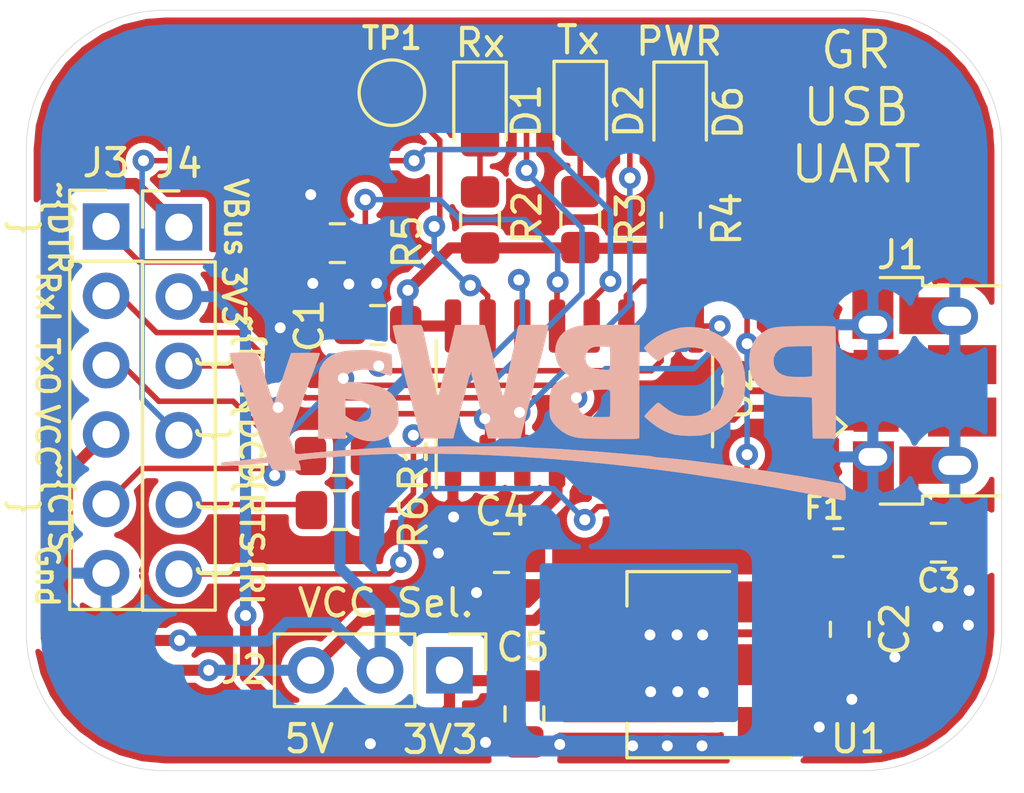
<source format=kicad_pcb>
(kicad_pcb (version 20171130) (host pcbnew "(5.1.2-1)-1")
  (layers (0 F.Cu signal) (31 B.Cu signal) (34 B.Paste user hide) (35 F.Paste user) (36 B.SilkS user) (37 F.SilkS user) (38 B.Mask user hide) (39 F.Mask user hide) (44 Edge.Cuts user))
  (net 0 "")
  (net 1 GNDREF)
  (net 2 "Net-(D1-Pad1)")
  (net 3 /TX_Out)
  (net 4 "Net-(D6-Pad2)")
  (net 5 /RX_In)
  (net 6 "Net-(C4-Pad1)")
  (net 7 "Net-(D1-Pad2)")
  (net 8 "Net-(D2-Pad2)")
  (net 9 "Net-(J1-Pad4)")
  (net 10 VCC)
  (net 11 VBUS)
  (net 12 +3V3)
  (net 13 "Net-(F1-Pad1)")
  (net 14 "Net-(J1-Pad2)")
  (net 15 "Net-(J1-Pad3)")
  (net 16 /~DTR)
  (net 17 /~CTS)
  (net 18 /~RI)
  (net 19 /~RTS)
  (net 20 /~DCD)
  (net 21 /~DSR)
  (net 22 "Net-(R5-Pad1)")
  (net 23 "Net-(R6-Pad1)")
  (net 24 "Net-(TP1-Pad1)")
  (net 25 "Net-(U2-Pad7)")
  (net 26 "Net-(U2-Pad8)")
  (module "_Custom_Footprints:pcb way logo" (layer B.Cu) (at 121.5644 83.9216 180)
    (fp_text reference G*** hide)
    (fp_text value LOGO hide)
  )
  (module Capacitor_SMD:C_0805_2012Metric_Pad1.15x1.40mm_HandSolder (layer F.Cu) (at 115.8621 80.0354 180)
    (fp_text reference C1 (at 2.5019 -0.0254 90) (layer F.SilkS))
    (fp_text value 100nF)
    (pad 1 smd roundrect (at -1.025 0 180) (size 1.15 1.4) (layers F.Cu F.Paste F.Mask) (roundrect_rratio 0.217391) (net 10 VCC))
    (pad 2 smd roundrect (at 1.025 0 180) (size 1.15 1.4) (layers F.Cu F.Paste F.Mask) (roundrect_rratio 0.217391) (net 1 GNDREF))
  )
  (module Capacitor_SMD:C_0805_2012Metric_Pad1.15x1.40mm_HandSolder (layer F.Cu) (at 136.389 88.011)
    (fp_text reference C3 (at 0.009 1.397) (layer F.SilkS) (effects (font (size 0.8 0.8))))
    (fp_text value 1uF)
    (pad 2 smd roundrect (at 1.025 0) (size 1.15 1.4) (layers F.Cu F.Paste F.Mask) (roundrect_rratio 0.217391) (net 1 GNDREF))
    (pad 1 smd roundrect (at -1.025 0) (size 1.15 1.4) (layers F.Cu F.Paste F.Mask) (roundrect_rratio 0.217391) (net 11 VBUS))
  )
  (module Capacitor_SMD:C_0805_2012Metric_Pad1.15x1.40mm_HandSolder (layer F.Cu) (at 120.396 88.392 180)
    (fp_text reference C4 (at 0 1.524 180) (layer F.SilkS))
    (fp_text value 100nF)
    (pad 1 smd roundrect (at -1.025 0 180) (size 1.15 1.4) (layers F.Cu F.Paste F.Mask) (roundrect_rratio 0.217391) (net 6 "Net-(C4-Pad1)"))
    (pad 2 smd roundrect (at 1.025 0 180) (size 1.15 1.4) (layers F.Cu F.Paste F.Mask) (roundrect_rratio 0.217391) (net 1 GNDREF))
  )
  (module LED_SMD:LED_0805_2012Metric_Pad1.15x1.40mm_HandSolder (layer F.Cu) (at 126.9365 72.263 270)
    (fp_text reference D6 (at -0.0127 -1.7653 90) (layer F.SilkS))
    (fp_text value Power)
    (pad 1 smd roundrect (at -1.025 0 270) (size 1.15 1.4) (layers F.Cu F.Paste F.Mask) (roundrect_rratio 0.217391) (net 1 GNDREF))
    (pad 2 smd roundrect (at 1.025 0 270) (size 1.15 1.4) (layers F.Cu F.Paste F.Mask) (roundrect_rratio 0.217391) (net 4 "Net-(D6-Pad2)"))
  )
  (module LED_SMD:LED_0805_2012Metric_Pad1.15x1.40mm_HandSolder (layer F.Cu) (at 119.6086 72.263 270)
    (fp_text reference D1 (at -0.0762 -1.7018 90) (layer F.SilkS))
    (fp_text value Rx)
    (pad 2 smd roundrect (at 1.025 0 270) (size 1.15 1.4) (layers F.Cu F.Paste F.Mask) (roundrect_rratio 0.217391) (net 7 "Net-(D1-Pad2)"))
    (pad 1 smd roundrect (at -1.025 0 270) (size 1.15 1.4) (layers F.Cu F.Paste F.Mask) (roundrect_rratio 0.217391) (net 2 "Net-(D1-Pad1)"))
  )
  (module LED_SMD:LED_0805_2012Metric_Pad1.15x1.40mm_HandSolder (layer F.Cu) (at 123.2789 72.2376 270)
    (fp_text reference D2 (at -0.0381 -1.778 90) (layer F.SilkS))
    (fp_text value Tx)
    (pad 1 smd roundrect (at -1.025 0 270) (size 1.15 1.4) (layers F.Cu F.Paste F.Mask) (roundrect_rratio 0.217391) (net 5 /RX_In))
    (pad 2 smd roundrect (at 1.025 0 270) (size 1.15 1.4) (layers F.Cu F.Paste F.Mask) (roundrect_rratio 0.217391) (net 8 "Net-(D2-Pad2)"))
  )
  (module Resistor_SMD:R_0603_1608Metric_Pad1.05x0.95mm_HandSolder (layer F.Cu) (at 132.729 88.011)
    (fp_text reference F1 (at -0.522 -1.27) (layer F.SilkS) (effects (font (size 0.8 0.8))))
    (fp_text value MF-FSMF050X)
    (pad 1 smd roundrect (at -0.875 0) (size 1.05 0.95) (layers F.Cu F.Paste F.Mask) (net 13 "Net-(F1-Pad1)"))
    (pad 2 smd roundrect (at 0.875 0) (size 1.05 0.95) (layers F.Cu F.Paste F.Mask) (net 11 VBUS))
  )
  (module Connector_USB:USB_Micro-B_Amphenol_10103594-0001LF_Horizontal (layer F.Cu) (at 135.877 82.423 90)
    (fp_text reference J1 (at 4.953 -0.876 180) (layer F.SilkS))
    (fp_text value USB_B_Micro)
    (pad 6 smd rect (at 2.725 0.185 90) (size 1.35 2) (layers F.Cu F.Paste F.Mask) (net 1 GNDREF))
    (pad 6 smd rect (at -2.755 0.185 90) (size 1.35 2) (layers F.Cu F.Paste F.Mask) (net 1 GNDREF))
    (pad 6 smd rect (at -2.975 -0.565 90) (size 1.825 0.7) (layers F.Cu F.Paste F.Mask) (net 1 GNDREF))
    (pad 6 smd rect (at 2.975 -0.565 90) (size 1.825 0.7) (layers F.Cu F.Paste F.Mask) (net 1 GNDREF))
    (pad 6 smd rect (at -2.875 -1.865 90) (size 2 1.5) (layers F.Cu F.Paste F.Mask) (net 1 GNDREF))
    (pad 6 smd rect (at 2.875 -1.885 90) (size 2 1.5) (layers F.Cu F.Paste F.Mask) (net 1 GNDREF))
    (pad 1 smd rect (at -1.325 -1.765 180) (size 1.65 0.4) (layers F.Cu F.Paste F.Mask) (net 13 "Net-(F1-Pad1)"))
    (pad 2 smd rect (at -0.675 -1.765 180) (size 1.65 0.4) (layers F.Cu F.Paste F.Mask) (net 14 "Net-(J1-Pad2)"))
    (pad 3 smd rect (at -0.025 -1.765 180) (size 1.65 0.4) (layers F.Cu F.Paste F.Mask) (net 15 "Net-(J1-Pad3)"))
    (pad 4 smd rect (at 0.625 -1.765 180) (size 1.65 0.4) (layers F.Cu F.Paste F.Mask) (net 9 "Net-(J1-Pad4)"))
    (pad 5 smd rect (at 1.275 -1.765 180) (size 1.65 0.4) (layers F.Cu F.Paste F.Mask) (net 1 GNDREF))
    (pad 6 thru_hole oval (at -2.445 -1.885 180) (size 1.5 1.1) (drill oval 1.05 0.65) (layers *.Cu *.Mask) (net 1 GNDREF))
    (pad 6 thru_hole oval (at 2.395 -1.885 180) (size 1.5 1.1) (drill oval 1.05 0.65) (layers *.Cu *.Mask) (net 1 GNDREF))
    (pad 6 thru_hole oval (at -2.755 1.115 180) (size 1.7 1.35) (drill oval 1.2 0.7) (layers *.Cu *.Mask) (net 1 GNDREF))
    (pad 6 thru_hole oval (at 2.705 1.115 180) (size 1.7 1.35) (drill oval 1.2 0.7) (layers *.Cu *.Mask) (net 1 GNDREF))
    (pad 6 smd rect (at -0.985 1.385 180) (size 2.5 1.43) (layers F.Cu F.Paste F.Mask) (net 1 GNDREF))
    (pad 6 smd rect (at 0.935 1.385 180) (size 2.5 1.43) (layers F.Cu F.Paste F.Mask) (net 1 GNDREF))
  )
  (module Resistor_SMD:R_0805_2012Metric_Pad1.15x1.40mm_HandSolder (layer F.Cu) (at 119.6086 76.1873 270)
    (fp_text reference R2 (at -0.0889 -1.7272 90) (layer F.SilkS))
    (fp_text value 1K)
    (pad 1 smd roundrect (at -1.025 0 270) (size 1.15 1.4) (layers F.Cu F.Paste F.Mask) (roundrect_rratio 0.217391) (net 7 "Net-(D1-Pad2)"))
    (pad 2 smd roundrect (at 1.025 0 270) (size 1.15 1.4) (layers F.Cu F.Paste F.Mask) (roundrect_rratio 0.217391) (net 10 VCC))
  )
  (module Resistor_SMD:R_0805_2012Metric_Pad1.15x1.40mm_HandSolder (layer F.Cu) (at 114.427 84.836 180)
    (fp_text reference R1 (at -2.7432 -0.3302 90) (layer F.SilkS))
    (fp_text value 1K)
    (pad 1 smd roundrect (at -1.025 0 180) (size 1.15 1.4) (layers F.Cu F.Paste F.Mask) (roundrect_rratio 0.217391) (net 2 "Net-(D1-Pad1)"))
    (pad 2 smd roundrect (at 1.025 0 180) (size 1.15 1.4) (layers F.Cu F.Paste F.Mask) (roundrect_rratio 0.217391) (net 3 /TX_Out))
  )
  (module Resistor_SMD:R_0805_2012Metric_Pad1.15x1.40mm_HandSolder (layer F.Cu) (at 123.2789 76.1746 270)
    (fp_text reference R3 (at -0.0254 -1.8415 90) (layer F.SilkS))
    (fp_text value 1K)
    (pad 2 smd roundrect (at 1.025 0 270) (size 1.15 1.4) (layers F.Cu F.Paste F.Mask) (roundrect_rratio 0.217391) (net 10 VCC))
    (pad 1 smd roundrect (at -1.025 0 270) (size 1.15 1.4) (layers F.Cu F.Paste F.Mask) (roundrect_rratio 0.217391) (net 8 "Net-(D2-Pad2)"))
  )
  (module Resistor_SMD:R_0805_2012Metric_Pad1.15x1.40mm_HandSolder (layer F.Cu) (at 126.9619 76.2 90)
    (fp_text reference R4 (at 0.0508 1.6891 90) (layer F.SilkS))
    (fp_text value 1K)
    (pad 2 smd roundrect (at 1.025 0 90) (size 1.15 1.4) (layers F.Cu F.Paste F.Mask) (roundrect_rratio 0.217391) (net 4 "Net-(D6-Pad2)"))
    (pad 1 smd roundrect (at -1.025 0 90) (size 1.15 1.4) (layers F.Cu F.Paste F.Mask) (roundrect_rratio 0.217391) (net 10 VCC))
  )
  (module Package_SO:SOIC-16_3.9x9.9mm_P1.27mm (layer F.Cu) (at 123.063 82.55 90)
    (fp_text reference U2 (at 0 5.9944 90) (layer F.SilkS))
    (fp_text value CH340C)
    (pad 1 smd roundrect (at -2.475 -4.445 90) (size 1.95 0.6) (layers F.Cu F.Paste F.Mask) (net 1 GNDREF))
    (pad 2 smd roundrect (at -2.475 -3.175 90) (size 1.95 0.6) (layers F.Cu F.Paste F.Mask) (net 2 "Net-(D1-Pad1)"))
    (pad 3 smd roundrect (at -2.475 -1.905 90) (size 1.95 0.6) (layers F.Cu F.Paste F.Mask) (net 5 /RX_In))
    (pad 4 smd roundrect (at -2.475 -0.635 90) (size 1.95 0.6) (layers F.Cu F.Paste F.Mask) (net 6 "Net-(C4-Pad1)"))
    (pad 5 smd roundrect (at -2.475 0.635 90) (size 1.95 0.6) (layers F.Cu F.Paste F.Mask) (net 15 "Net-(J1-Pad3)"))
    (pad 6 smd roundrect (at -2.475 1.905 90) (size 1.95 0.6) (layers F.Cu F.Paste F.Mask) (net 14 "Net-(J1-Pad2)"))
    (pad 7 smd roundrect (at -2.475 3.175 90) (size 1.95 0.6) (layers F.Cu F.Paste F.Mask) (net 25 "Net-(U2-Pad7)"))
    (pad 8 smd roundrect (at -2.475 4.445 90) (size 1.95 0.6) (layers F.Cu F.Paste F.Mask) (net 26 "Net-(U2-Pad8)"))
    (pad 9 smd roundrect (at 2.475 4.445 90) (size 1.95 0.6) (layers F.Cu F.Paste F.Mask) (net 17 /~CTS))
    (pad 10 smd roundrect (at 2.475 3.175 90) (size 1.95 0.6) (layers F.Cu F.Paste F.Mask) (net 21 /~DSR))
    (pad 11 smd roundrect (at 2.475 1.905 90) (size 1.95 0.6) (layers F.Cu F.Paste F.Mask) (net 18 /~RI))
    (pad 12 smd roundrect (at 2.475 0.635 90) (size 1.95 0.6) (layers F.Cu F.Paste F.Mask) (net 20 /~DCD))
    (pad 13 smd roundrect (at 2.475 -0.635 90) (size 1.95 0.6) (layers F.Cu F.Paste F.Mask) (net 22 "Net-(R5-Pad1)"))
    (pad 14 smd roundrect (at 2.475 -1.905 90) (size 1.95 0.6) (layers F.Cu F.Paste F.Mask) (net 23 "Net-(R6-Pad1)"))
    (pad 15 smd roundrect (at 2.475 -3.175 90) (size 1.95 0.6) (layers F.Cu F.Paste F.Mask) (net 24 "Net-(TP1-Pad1)"))
    (pad 16 smd roundrect (at 2.475 -4.445 90) (size 1.95 0.6) (layers F.Cu F.Paste F.Mask) (net 10 VCC))
  )
  (module Capacitor_SMD:C_0805_2012Metric_Pad1.15x1.40mm_HandSolder (layer F.Cu) (at 133.1468 91.186 270)
    (fp_text reference C2 (at 0 -1.65 90) (layer F.SilkS))
    (fp_text value 100nF)
    (pad 2 smd roundrect (at 1.025 0 270) (size 1.15 1.4) (layers F.Cu F.Paste F.Mask) (roundrect_rratio 0.217391) (net 1 GNDREF))
    (pad 1 smd roundrect (at -1.025 0 270) (size 1.15 1.4) (layers F.Cu F.Paste F.Mask) (roundrect_rratio 0.217391) (net 11 VBUS))
  )
  (module Capacitor_SMD:C_0805_2012Metric_Pad1.15x1.40mm_HandSolder (layer F.Cu) (at 121.2342 94.2848 270)
    (fp_text reference C5 (at -2.4384 0.0508) (layer F.SilkS))
    (fp_text value 4.7uF)
    (pad 1 smd roundrect (at -1.025 0 270) (size 1.15 1.4) (layers F.Cu F.Paste F.Mask) (roundrect_rratio 0.217391) (net 12 +3V3))
    (pad 2 smd roundrect (at 1.025 0 270) (size 1.15 1.4) (layers F.Cu F.Paste F.Mask) (roundrect_rratio 0.217391) (net 1 GNDREF))
  )
  (module Connector_PinHeader_2.54mm:PinHeader_1x03_P2.54mm_Vertical (layer F.Cu) (at 118.491 92.6846 270)
    (fp_text reference J2 (at -0.0254 7.5184 180) (layer F.SilkS))
    (fp_text value Conn_01x03)
    (pad 1 thru_hole rect (at 0 0 270) (size 1.7 1.7) (drill 1) (layers *.Cu *.Mask) (net 12 +3V3))
    (pad 2 thru_hole oval (at 0 2.54 270) (size 1.7 1.7) (drill 1) (layers *.Cu *.Mask) (net 10 VCC))
    (pad 3 thru_hole oval (at 0 5.08 270) (size 1.7 1.7) (drill 1) (layers *.Cu *.Mask) (net 11 VBUS))
  )
  (module Connector_PinHeader_2.54mm:PinHeader_1x06_P2.54mm_Vertical (layer F.Cu) (at 105.918 76.4286)
    (fp_text reference J3 (at 0 -2.33) (layer F.SilkS))
    (fp_text value Conn_01x06)
    (pad 1 thru_hole rect (at 0 0) (size 1.7 1.7) (drill 1) (layers *.Cu *.Mask) (net 16 /~DTR))
    (pad 2 thru_hole oval (at 0 2.54) (size 1.7 1.7) (drill 1) (layers *.Cu *.Mask) (net 5 /RX_In))
    (pad 3 thru_hole oval (at 0 5.08) (size 1.7 1.7) (drill 1) (layers *.Cu *.Mask) (net 3 /TX_Out))
    (pad 4 thru_hole oval (at 0 7.62) (size 1.7 1.7) (drill 1) (layers *.Cu *.Mask) (net 10 VCC))
    (pad 5 thru_hole oval (at 0 10.16) (size 1.7 1.7) (drill 1) (layers *.Cu *.Mask) (net 17 /~CTS))
    (pad 6 thru_hole oval (at 0 12.7) (size 1.7 1.7) (drill 1) (layers *.Cu *.Mask) (net 1 GNDREF))
  )
  (module Connector_PinHeader_2.54mm:PinHeader_1x06_P2.54mm_Vertical (layer F.Cu) (at 108.585 76.454)
    (fp_text reference J4 (at 0 -2.33) (layer F.SilkS))
    (fp_text value Conn_01x06)
    (pad 6 thru_hole oval (at 0 12.7) (size 1.7 1.7) (drill 1) (layers *.Cu *.Mask) (net 18 /~RI))
    (pad 5 thru_hole oval (at 0 10.16) (size 1.7 1.7) (drill 1) (layers *.Cu *.Mask) (net 19 /~RTS))
    (pad 4 thru_hole oval (at 0 7.62) (size 1.7 1.7) (drill 1) (layers *.Cu *.Mask) (net 20 /~DCD))
    (pad 3 thru_hole oval (at 0 5.08) (size 1.7 1.7) (drill 1) (layers *.Cu *.Mask) (net 21 /~DSR))
    (pad 2 thru_hole oval (at 0 2.54) (size 1.7 1.7) (drill 1) (layers *.Cu *.Mask) (net 12 +3V3))
    (pad 1 thru_hole rect (at 0 0) (size 1.7 1.7) (drill 1) (layers *.Cu *.Mask) (net 11 VBUS))
  )
  (module Resistor_SMD:R_0805_2012Metric_Pad1.15x1.40mm_HandSolder (layer F.Cu) (at 114.3852 77.0382 180)
    (fp_text reference R5 (at -2.5564 0.0508 90) (layer F.SilkS))
    (fp_text value 1K)
    (pad 2 smd roundrect (at 1.025 0 180) (size 1.15 1.4) (layers F.Cu F.Paste F.Mask) (roundrect_rratio 0.217391) (net 16 /~DTR))
    (pad 1 smd roundrect (at -1.025 0 180) (size 1.15 1.4) (layers F.Cu F.Paste F.Mask) (roundrect_rratio 0.217391) (net 22 "Net-(R5-Pad1)"))
  )
  (module Resistor_SMD:R_0805_2012Metric_Pad1.15x1.40mm_HandSolder (layer F.Cu) (at 114.4614 86.8172 180)
    (fp_text reference R6 (at -2.7088 -0.4318 90) (layer F.SilkS))
    (fp_text value 1K)
    (pad 1 smd roundrect (at -1.025 0 180) (size 1.15 1.4) (layers F.Cu F.Paste F.Mask) (roundrect_rratio 0.217391) (net 23 "Net-(R6-Pad1)"))
    (pad 2 smd roundrect (at 1.025 0 180) (size 1.15 1.4) (layers F.Cu F.Paste F.Mask) (roundrect_rratio 0.217391) (net 19 /~RTS))
  )
  (module TestPoint:TestPoint_Pad_D2.0mm (layer F.Cu) (at 116.3828 71.5264)
    (fp_text reference TP1 (at 0 -1.998) (layer F.SilkS) (effects (font (size 0.8 0.8))))
    (fp_text value TestPoint)
    (pad 1 smd circle (at 0 0) (size 2 2) (layers F.Cu F.Mask) (net 24 "Net-(TP1-Pad1)"))
  )
  (module Package_TO_SOT_SMD:SOT-223-3_TabPin2 (layer F.Cu) (at 126.8984 92.4814 180)
    (fp_text reference U1 (at -6.5532 -2.7178) (layer F.SilkS))
    (fp_text value AMS1117-3.3)
    (pad 2 smd rect (at 3.15 0 180) (size 2 3.8) (layers F.Cu F.Paste F.Mask) (net 12 +3V3))
    (pad 2 smd rect (at -3.15 0 180) (size 2 1.5) (layers F.Cu F.Paste F.Mask) (net 12 +3V3))
    (pad 3 smd rect (at -3.15 2.3 180) (size 2 1.5) (layers F.Cu F.Paste F.Mask) (net 11 VBUS))
    (pad 1 smd rect (at -3.15 -2.3 180) (size 2 1.5) (layers F.Cu F.Paste F.Mask) (net 1 GNDREF))
  )
  (gr_text "~RI\n" (at 110.5916 89.1286 270) (layer F.SilkS) (effects (font (size 0.8 0.8))))
  (gr_text "~RTS\n" (at 110.5916 86.7156 270) (layer F.SilkS) (effects (font (size 0.8 0.8))))
  (gr_text VBus (at 110.6678 76.0984 270) (layer F.SilkS) (effects (font (size 0.8 0.8))))
  (gr_text 3V3 (at 110.5916 78.994 270) (layer F.SilkS) (effects (font (size 0.8 0.8))))
  (gr_text "~DCD\n" (at 110.5662 84.074 270) (layer F.SilkS) (effects (font (size 0.8 0.8))))
  (gr_text "~DSR\n" (at 110.5662 81.4578 270) (layer F.SilkS) (effects (font (size 0.8 0.8))))
  (gr_text VCC (at 103.759 84.0994 270) (layer F.SilkS) (effects (font (size 0.8 0.8))))
  (gr_text "~DTR\n" (at 103.5812 76.4794 270) (layer F.SilkS) (effects (font (size 0.8 0.8))))
  (gr_text "~CTS\n" (at 103.5812 86.7156 270) (layer F.SilkS) (effects (font (size 0.8 0.8))))
  (gr_text "VCC Sel." (at 116.1542 90.2208) (layer F.SilkS) (effects (font (size 1 1))))
  (gr_text 3V3 (at 118.1608 95.2246) (layer F.SilkS) (effects (font (size 1 1))))
  (gr_text "PWR\n" (at 126.8984 69.6468) (layer F.SilkS) (effects (font (size 1 1))))
  (gr_text Rx (at 119.6213 69.6976) (layer F.SilkS) (effects (font (size 1 1))))
  (gr_text Tx (at 123.2027 69.596) (layer F.SilkS) (effects (font (size 1 1))))
  (gr_text TxO (at 103.759 81.5594 270) (layer F.SilkS) (effects (font (size 0.8 0.8))))
  (gr_text RxI (at 103.7844 78.994 270) (layer F.SilkS) (effects (font (size 0.8 0.8))))
  (gr_text "5V\n" (at 113.3602 95.1992) (layer F.SilkS) (effects (font (size 1 1))))
  (gr_text Gnd (at 103.759 89.2302 270) (layer F.SilkS) (effects (font (size 0.8 0.8))))
  (gr_arc (start 108.08 91.284) (end 103 91.284) (angle -90) (layer Edge.Cuts) (width 0.0254))
  (gr_text "GR\nUSB\nUART" (at 133.3754 72.0598) (layer F.SilkS) (effects (font (size 1.3 1.3))))
  (gr_arc (start 133.63 91.284) (end 133.63 96.364) (angle -90) (layer Edge.Cuts) (width 0.0254))
  (gr_arc (start 133.6294 73.5838) (end 138.7094 73.5838) (angle -90) (layer Edge.Cuts) (width 0.0254))
  (gr_arc (start 108.08 73.5838) (end 108.08 68.5038) (angle -90) (layer Edge.Cuts) (width 0.0254))
  (gr_line (start 103 91.284) (end 103 73.5838) (layer Edge.Cuts) (width 0.0254))
  (gr_line (start 133.6294 96.364) (end 108.08 96.364) (layer Edge.Cuts) (width 0.0254))
  (gr_line (start 138.71 73.5838) (end 138.71 91.284) (layer Edge.Cuts) (width 0.0254))
  (gr_line (start 108.08 68.5038) (end 133.63 68.5038) (layer Edge.Cuts) (width 0.0254))
  (segment (start 136.992 81.218) (end 137.262 81.488) (width 0.4064) (layer F.Cu) (net 1))
  (segment (start 136.992 79.718) (end 136.992 81.218) (width 0.4064) (layer F.Cu) (net 1))
  (segment (start 136.992 83.678) (end 137.262 83.408) (width 0.4064) (layer F.Cu) (net 1))
  (segment (start 136.992 85.178) (end 136.992 83.678) (width 0.4064) (layer F.Cu) (net 1))
  (via (at 127.7366 95.4532) (size 0.8) (drill 0.4) (layers F.Cu B.Cu) (net 1))
  (via (at 126.4666 95.4532) (size 0.8) (drill 0.4) (layers F.Cu B.Cu) (net 1))
  (via (at 125.1966 95.4532) (size 0.8) (drill 0.4) (layers F.Cu B.Cu) (net 1))
  (via (at 132.0292 94.7674) (size 0.8) (drill 0.4) (layers F.Cu B.Cu) (net 1))
  (via (at 133.223 93.7514) (size 0.8) (drill 0.4) (layers F.Cu B.Cu) (net 1))
  (via (at 137.5156 89.7636) (size 0.8) (drill 0.4) (layers F.Cu B.Cu) (net 1))
  (via (at 114.808 78.5368) (size 0.8) (drill 0.4) (layers F.Cu B.Cu) (net 1))
  (via (at 112.2934 80.137) (size 0.8) (drill 0.4) (layers F.Cu B.Cu) (net 1))
  (via (at 113.411 75.2602) (size 0.8) (drill 0.4) (layers F.Cu B.Cu) (net 1))
  (via (at 113.4872 78.5114) (size 0.8) (drill 0.4) (layers F.Cu B.Cu) (net 1))
  (via (at 115.824 78.5114) (size 0.8) (drill 0.4) (layers F.Cu B.Cu) (net 1))
  (via (at 118.0846 88.392) (size 0.8) (drill 0.4) (layers F.Cu B.Cu) (net 1))
  (via (at 119.4816 89.8398) (size 0.8) (drill 0.4) (layers F.Cu B.Cu) (net 1))
  (via (at 118.6434 87.0712) (size 0.8) (drill 0.4) (layers F.Cu B.Cu) (net 1))
  (via (at 134.7978 92.202) (size 0.8) (drill 0.4) (layers F.Cu B.Cu) (net 1))
  (via (at 137.4902 91.0336) (size 0.8) (drill 0.4) (layers F.Cu B.Cu) (net 1))
  (via (at 136.3726 91.0844) (size 0.8) (drill 0.4) (layers F.Cu B.Cu) (net 1))
  (via (at 115.5954 95.377) (size 0.8) (drill 0.4) (layers F.Cu B.Cu) (net 1))
  (via (at 119.8118 95.3262) (size 0.8) (drill 0.4) (layers F.Cu B.Cu) (net 1))
  (via (at 122.5296 95.4024) (size 0.8) (drill 0.4) (layers F.Cu B.Cu) (net 1))
  (segment (start 119.888 85.025) (end 119.888 83.566) (width 0.2032) (layer F.Cu) (net 2))
  (segment (start 119.6086 83.2866) (end 115.951 83.2866) (width 0.2032) (layer F.Cu) (net 2))
  (segment (start 115.452 83.7856) (end 115.452 84.836) (width 0.2032) (layer F.Cu) (net 2))
  (segment (start 115.951 83.2866) (end 115.452 83.7856) (width 0.2032) (layer F.Cu) (net 2))
  (segment (start 119.6086 71.238) (end 120.5902 71.238) (width 0.2032) (layer F.Cu) (net 2))
  (segment (start 120.5902 71.238) (end 121.3104 71.9582) (width 0.2032) (layer F.Cu) (net 2))
  (segment (start 121.3104 71.9582) (end 121.3104 74.3712) (width 0.2032) (layer F.Cu) (net 2))
  (via (at 121.3104 74.3712) (size 0.8) (drill 0.4) (layers F.Cu B.Cu) (net 2))
  (segment (start 121.3104 74.3712) (end 121.3104 74.4474) (width 0.2032) (layer B.Cu) (net 2))
  (segment (start 121.3104 74.4474) (end 123.3424 76.4794) (width 0.2032) (layer B.Cu) (net 2))
  (segment (start 123.3424 76.4794) (end 123.3424 78.867) (width 0.2032) (layer B.Cu) (net 2))
  (segment (start 123.3424 78.867) (end 119.8118 82.3976) (width 0.2032) (layer B.Cu) (net 2))
  (via (at 119.7864 83.4644) (size 0.8) (drill 0.4) (layers F.Cu B.Cu) (net 2))
  (segment (start 119.8118 83.439) (end 119.7864 83.4644) (width 0.2032) (layer B.Cu) (net 2))
  (segment (start 119.8118 82.3976) (end 119.8118 83.439) (width 0.2032) (layer B.Cu) (net 2))
  (segment (start 119.7864 83.4644) (end 119.6086 83.2866) (width 0.2032) (layer F.Cu) (net 2))
  (segment (start 119.888 83.566) (end 119.7864 83.4644) (width 0.2032) (layer F.Cu) (net 2))
  (segment (start 112.5728 84.836) (end 113.402 84.836) (width 0.2032) (layer F.Cu) (net 3))
  (segment (start 110.5662 82.8294) (end 112.5728 84.836) (width 0.2032) (layer F.Cu) (net 3))
  (segment (start 107.8484 82.8294) (end 110.5662 82.8294) (width 0.2032) (layer F.Cu) (net 3))
  (segment (start 106.5276 81.5086) (end 107.8484 82.8294) (width 0.2032) (layer F.Cu) (net 3))
  (segment (start 105.918 81.5086) (end 106.5276 81.5086) (width 0.2032) (layer F.Cu) (net 3))
  (segment (start 126.9365 75.1496) (end 126.9619 75.175) (width 0.2032) (layer F.Cu) (net 4))
  (segment (start 126.9365 73.288) (end 126.9365 75.1496) (width 0.2032) (layer F.Cu) (net 4))
  (segment (start 133.604 88.011) (end 135.364 88.011) (width 0.4064) (layer F.Cu) (net 11))
  (segment (start 123.3043 77.225) (end 123.2789 77.1996) (width 0.4064) (layer F.Cu) (net 10))
  (segment (start 126.9619 77.225) (end 123.3043 77.225) (width 0.4064) (layer F.Cu) (net 10))
  (segment (start 123.2662 77.2123) (end 123.2789 77.1996) (width 0.4064) (layer F.Cu) (net 10))
  (segment (start 119.6086 77.2123) (end 123.2662 77.2123) (width 0.4064) (layer F.Cu) (net 10))
  (segment (start 116.9267 80.075) (end 116.8871 80.0354) (width 0.4064) (layer F.Cu) (net 10))
  (segment (start 118.618 80.075) (end 116.9267 80.075) (width 0.4064) (layer F.Cu) (net 10))
  (segment (start 132.9822 83.748) (end 132.978 83.7438) (width 0.3048) (layer F.Cu) (net 13))
  (segment (start 134.112 83.748) (end 132.9822 83.748) (width 0.3048) (layer F.Cu) (net 13))
  (segment (start 132.978 83.7438) (end 131.7498 83.7438) (width 0.3048) (layer F.Cu) (net 13))
  (segment (start 131.349 84.1446) (end 131.349 85.217) (width 0.3048) (layer F.Cu) (net 13))
  (segment (start 131.7498 83.7438) (end 131.349 84.1446) (width 0.3048) (layer F.Cu) (net 13))
  (segment (start 131.8768 88.115032) (end 131.954367 88.192599) (width 0.3048) (layer F.Cu) (net 13))
  (segment (start 131.8768 87.1982) (end 131.8768 88.115032) (width 0.3048) (layer F.Cu) (net 13))
  (segment (start 131.349 86.6704) (end 131.8768 87.1982) (width 0.3048) (layer F.Cu) (net 13))
  (segment (start 131.349 85.217) (end 131.349 86.6704) (width 0.3048) (layer F.Cu) (net 13))
  (segment (start 123.2789 71.2126) (end 124.5272 71.2126) (width 0.2032) (layer F.Cu) (net 5))
  (segment (start 124.5272 71.2126) (end 125.095 71.7804) (width 0.2032) (layer F.Cu) (net 5))
  (via (at 125.095 74.6506) (size 0.8) (drill 0.4) (layers F.Cu B.Cu) (net 5))
  (segment (start 125.095 71.7804) (end 125.095 74.6506) (width 0.2032) (layer F.Cu) (net 5))
  (via (at 121.0564 83.2358) (size 0.8) (drill 0.4) (layers F.Cu B.Cu) (net 5))
  (segment (start 121.158 83.2358) (end 121.0564 83.2358) (width 0.2032) (layer B.Cu) (net 5))
  (segment (start 125.095 79.2988) (end 121.158 83.2358) (width 0.2032) (layer B.Cu) (net 5))
  (segment (start 125.095 74.6506) (end 125.095 79.2988) (width 0.2032) (layer B.Cu) (net 5))
  (segment (start 121.158 83.5152) (end 121.158 85.025) (width 0.2032) (layer F.Cu) (net 5))
  (segment (start 120.3452 82.7024) (end 121.158 83.5152) (width 0.2032) (layer F.Cu) (net 5))
  (segment (start 113.2078 82.7024) (end 120.3452 82.7024) (width 0.2032) (layer F.Cu) (net 5))
  (segment (start 106.426 78.9686) (end 107.7722 80.3148) (width 0.2032) (layer F.Cu) (net 5))
  (segment (start 110.8202 80.3148) (end 113.2078 82.7024) (width 0.2032) (layer F.Cu) (net 5))
  (segment (start 107.7722 80.3148) (end 110.8202 80.3148) (width 0.2032) (layer F.Cu) (net 5))
  (segment (start 105.918 78.9686) (end 106.426 78.9686) (width 0.2032) (layer F.Cu) (net 5))
  (segment (start 121.421 87.3162) (end 121.421 88.392) (width 0.4064) (layer F.Cu) (net 6))
  (segment (start 122.428 86.3092) (end 121.421 87.3162) (width 0.4064) (layer F.Cu) (net 6))
  (segment (start 122.428 85.025) (end 122.428 86.3092) (width 0.4064) (layer F.Cu) (net 6))
  (segment (start 119.6086 73.288) (end 119.6086 75.1623) (width 0.2032) (layer F.Cu) (net 7))
  (segment (start 123.2789 73.2626) (end 123.2789 75.1496) (width 0.2032) (layer F.Cu) (net 8))
  (segment (start 116.967 79.9555) (end 116.8871 80.0354) (width 0.4064) (layer F.Cu) (net 10))
  (segment (start 116.967 78.7654) (end 116.967 79.9555) (width 0.4064) (layer F.Cu) (net 10))
  (segment (start 118.5201 77.2123) (end 116.967 78.7654) (width 0.4064) (layer F.Cu) (net 10))
  (segment (start 119.6086 77.2123) (end 118.5201 77.2123) (width 0.4064) (layer F.Cu) (net 10))
  (via (at 116.967 78.7654) (size 0.8) (drill 0.4) (layers F.Cu B.Cu) (net 10))
  (segment (start 116.9416 78.7908) (end 116.967 78.7654) (width 0.4064) (layer B.Cu) (net 10))
  (segment (start 114.4778 84.4296) (end 116.9416 81.9658) (width 0.4064) (layer B.Cu) (net 10))
  (segment (start 114.4778 88.9254) (end 114.4778 84.4296) (width 0.4064) (layer B.Cu) (net 10))
  (segment (start 116.9416 81.9658) (end 116.9416 78.7908) (width 0.4064) (layer B.Cu) (net 10))
  (segment (start 115.951 90.3986) (end 114.4778 88.9254) (width 0.4064) (layer B.Cu) (net 10))
  (segment (start 115.951 92.6846) (end 115.951 90.3986) (width 0.4064) (layer B.Cu) (net 10))
  (segment (start 115.951 92.6846) (end 115.951 92.6592) (width 0.4064) (layer B.Cu) (net 10))
  (segment (start 115.951 92.6592) (end 114.2238 90.932) (width 0.4064) (layer B.Cu) (net 10))
  (segment (start 114.2238 90.932) (end 112.522 90.932) (width 0.4064) (layer B.Cu) (net 10))
  (segment (start 112.522 90.932) (end 111.8362 91.6178) (width 0.4064) (layer B.Cu) (net 10))
  (via (at 108.6104 91.5924) (size 0.8) (drill 0.4) (layers F.Cu B.Cu) (net 10))
  (segment (start 108.6358 91.6178) (end 108.6104 91.5924) (width 0.4064) (layer B.Cu) (net 10))
  (segment (start 111.8362 91.6178) (end 108.6358 91.6178) (width 0.4064) (layer B.Cu) (net 10))
  (segment (start 104.4956 85.471) (end 105.918 84.0486) (width 0.4064) (layer F.Cu) (net 10))
  (segment (start 104.4956 91.0844) (end 104.4956 85.471) (width 0.4064) (layer F.Cu) (net 10))
  (segment (start 105.0036 91.5924) (end 104.4956 91.0844) (width 0.4064) (layer F.Cu) (net 10))
  (segment (start 108.6104 91.5924) (end 105.0036 91.5924) (width 0.4064) (layer F.Cu) (net 10))
  (segment (start 135.364 88.011) (end 135.364 89.553) (width 0.4064) (layer F.Cu) (net 11))
  (segment (start 134.756 90.161) (end 133.1468 90.161) (width 0.4064) (layer F.Cu) (net 11))
  (segment (start 135.364 89.553) (end 134.756 90.161) (width 0.4064) (layer F.Cu) (net 11))
  (segment (start 133.1264 90.1814) (end 133.1468 90.161) (width 0.4064) (layer F.Cu) (net 11))
  (segment (start 130.0484 90.1814) (end 133.1264 90.1814) (width 0.4064) (layer F.Cu) (net 11))
  (segment (start 113.411 92.6846) (end 109.6772 92.6846) (width 0.4064) (layer B.Cu) (net 11))
  (via (at 109.6772 92.6846) (size 0.8) (drill 0.4) (layers F.Cu B.Cu) (net 11))
  (segment (start 115.2398 90.8558) (end 113.411 92.6846) (width 0.4064) (layer F.Cu) (net 11))
  (segment (start 121.6152 90.8558) (end 115.2398 90.8558) (width 0.4064) (layer F.Cu) (net 11))
  (segment (start 123.0376 89.4334) (end 121.6152 90.8558) (width 0.4064) (layer F.Cu) (net 11))
  (segment (start 127.9652 89.4334) (end 123.0376 89.4334) (width 0.4064) (layer F.Cu) (net 11))
  (segment (start 128.7132 90.1814) (end 127.9652 89.4334) (width 0.4064) (layer F.Cu) (net 11))
  (segment (start 130.0484 90.1814) (end 128.7132 90.1814) (width 0.4064) (layer F.Cu) (net 11))
  (segment (start 106.9848 74.8538) (end 108.585 76.454) (width 0.4064) (layer F.Cu) (net 11))
  (segment (start 104.902 92.6846) (end 103.7336 91.5162) (width 0.4064) (layer F.Cu) (net 11))
  (segment (start 104.7496 74.8538) (end 106.9848 74.8538) (width 0.4064) (layer F.Cu) (net 11))
  (segment (start 103.7336 91.5162) (end 103.7336 75.8698) (width 0.4064) (layer F.Cu) (net 11))
  (segment (start 103.7336 75.8698) (end 104.7496 74.8538) (width 0.4064) (layer F.Cu) (net 11))
  (segment (start 109.6772 92.6846) (end 104.902 92.6846) (width 0.4064) (layer F.Cu) (net 11))
  (segment (start 130.0484 92.4814) (end 123.7484 92.4814) (width 0.4064) (layer F.Cu) (net 12))
  (segment (start 122.97 93.2598) (end 123.7484 92.4814) (width 0.4064) (layer F.Cu) (net 12))
  (segment (start 121.2342 93.2598) (end 122.97 93.2598) (width 0.4064) (layer F.Cu) (net 12))
  (via (at 125.8316 91.3892) (size 0.8) (drill 0.4) (layers F.Cu B.Cu) (net 12))
  (via (at 126.8222 91.3892) (size 0.8) (drill 0.4) (layers F.Cu B.Cu) (net 12))
  (via (at 127.762 91.3892) (size 0.8) (drill 0.4) (layers F.Cu B.Cu) (net 12))
  (via (at 125.857 93.472) (size 0.8) (drill 0.4) (layers F.Cu B.Cu) (net 12))
  (via (at 126.8476 93.472) (size 0.8) (drill 0.4) (layers F.Cu B.Cu) (net 12))
  (via (at 127.7874 93.4974) (size 0.8) (drill 0.4) (layers F.Cu B.Cu) (net 12))
  (segment (start 121.04 93.0656) (end 121.2342 93.2598) (width 0.4064) (layer F.Cu) (net 12))
  (segment (start 118.872 93.0656) (end 121.04 93.0656) (width 0.4064) (layer F.Cu) (net 12))
  (segment (start 118.491 92.6846) (end 118.872 93.0656) (width 0.4064) (layer F.Cu) (net 12))
  (segment (start 108.585 78.994) (end 109.9058 78.994) (width 0.4064) (layer B.Cu) (net 12))
  (segment (start 109.9058 78.994) (end 111.0234 80.1116) (width 0.4064) (layer B.Cu) (net 12))
  (via (at 111.0234 90.678) (size 0.8) (drill 0.4) (layers F.Cu B.Cu) (net 12))
  (segment (start 111.0234 80.1116) (end 111.0234 90.678) (width 0.4064) (layer B.Cu) (net 12))
  (segment (start 118.491 94.0562) (end 118.491 92.6846) (width 0.4064) (layer F.Cu) (net 12))
  (segment (start 118.2116 94.3356) (end 118.491 94.0562) (width 0.4064) (layer F.Cu) (net 12))
  (segment (start 112.4458 94.3356) (end 118.2116 94.3356) (width 0.4064) (layer F.Cu) (net 12))
  (segment (start 111.0234 92.9132) (end 112.4458 94.3356) (width 0.4064) (layer F.Cu) (net 12))
  (segment (start 111.0234 90.678) (end 111.0234 92.9132) (width 0.4064) (layer F.Cu) (net 12))
  (segment (start 124.968 83.7692) (end 124.968 85.025) (width 0.25) (layer F.Cu) (net 14))
  (segment (start 125.2474 83.4898) (end 124.968 83.7692) (width 0.25) (layer F.Cu) (net 14))
  (segment (start 128.8852 83.4898) (end 125.2474 83.4898) (width 0.25) (layer F.Cu) (net 14))
  (segment (start 129.286 83.089) (end 128.8852 83.4898) (width 0.25) (layer F.Cu) (net 14))
  (segment (start 134.103 83.089) (end 129.286 83.089) (width 0.25) (layer F.Cu) (net 14))
  (segment (start 134.112 83.098) (end 134.103 83.089) (width 0.25) (layer F.Cu) (net 14))
  (segment (start 128.6002 82.8802) (end 124.7394 82.8802) (width 0.25) (layer F.Cu) (net 15))
  (segment (start 129.0324 82.448) (end 128.6002 82.8802) (width 0.25) (layer F.Cu) (net 15))
  (segment (start 123.698 83.9216) (end 123.698 85.025) (width 0.25) (layer F.Cu) (net 15))
  (segment (start 124.7394 82.8802) (end 123.698 83.9216) (width 0.25) (layer F.Cu) (net 15))
  (segment (start 134.112 82.448) (end 129.0324 82.448) (width 0.25) (layer F.Cu) (net 15))
  (segment (start 105.918 76.4286) (end 105.918 76.5048) (width 0.2032) (layer F.Cu) (net 16))
  (segment (start 105.918 76.5048) (end 107.1372 77.724) (width 0.2032) (layer F.Cu) (net 16))
  (segment (start 107.1372 77.724) (end 111.4044 77.724) (width 0.2032) (layer F.Cu) (net 16))
  (segment (start 112.0902 77.0382) (end 113.3602 77.0382) (width 0.2032) (layer F.Cu) (net 16))
  (segment (start 111.4044 77.724) (end 112.0902 77.0382) (width 0.2032) (layer F.Cu) (net 16))
  (segment (start 127.508 80.075) (end 128.3858 80.075) (width 0.2032) (layer F.Cu) (net 17))
  (via (at 128.3858 80.075) (size 0.8) (drill 0.4) (layers F.Cu B.Cu) (net 17))
  (via (at 114.6048 81.9912) (size 0.8) (drill 0.4) (layers F.Cu B.Cu) (net 17))
  (segment (start 107.2134 85.2932) (end 105.918 86.5886) (width 0.2032) (layer F.Cu) (net 17))
  (segment (start 111.8362 85.2932) (end 107.2134 85.2932) (width 0.2032) (layer F.Cu) (net 17))
  (segment (start 112.0902 85.5472) (end 111.8362 85.2932) (width 0.2032) (layer F.Cu) (net 17))
  (segment (start 111.9632 84.6328) (end 114.6048 81.9912) (width 0.2032) (layer B.Cu) (net 17))
  (segment (start 111.9632 85.4202) (end 111.9632 84.6328) (width 0.2032) (layer B.Cu) (net 17))
  (segment (start 112.0902 85.5472) (end 111.9632 85.4202) (width 0.2032) (layer B.Cu) (net 17))
  (via (at 112.0902 85.5472) (size 0.8) (drill 0.4) (layers F.Cu B.Cu) (net 17))
  (segment (start 128.3858 80.6816) (end 128.3858 80.075) (width 0.2032) (layer B.Cu) (net 17))
  (segment (start 127.4318 81.6356) (end 128.3858 80.6816) (width 0.2032) (layer B.Cu) (net 17))
  (segment (start 124.206 81.6356) (end 127.4318 81.6356) (width 0.2032) (layer B.Cu) (net 17))
  (segment (start 123.1392 82.7024) (end 124.206 81.6356) (width 0.2032) (layer B.Cu) (net 17))
  (via (at 123.1392 82.7024) (size 0.8) (drill 0.4) (layers F.Cu B.Cu) (net 17))
  (segment (start 114.8588 82.2452) (end 114.6048 81.9912) (width 0.2032) (layer F.Cu) (net 17))
  (segment (start 122.682 82.2452) (end 114.8588 82.2452) (width 0.2032) (layer F.Cu) (net 17))
  (segment (start 123.1392 82.7024) (end 122.682 82.2452) (width 0.2032) (layer F.Cu) (net 17))
  (segment (start 124.968 80.075) (end 124.968 78.9686) (width 0.2032) (layer F.Cu) (net 18))
  (segment (start 124.968 78.9686) (end 125.5014 78.4352) (width 0.2032) (layer F.Cu) (net 18))
  (segment (start 125.5014 78.4352) (end 128.7526 78.4352) (width 0.2032) (layer F.Cu) (net 18))
  (segment (start 128.7526 78.4352) (end 129.3876 79.0702) (width 0.2032) (layer F.Cu) (net 18))
  (via (at 129.3876 80.7212) (size 0.8) (drill 0.4) (layers F.Cu B.Cu) (net 18))
  (segment (start 129.3876 79.0702) (end 129.3876 80.7212) (width 0.2032) (layer F.Cu) (net 18))
  (via (at 123.444 87.1728) (size 0.8) (drill 0.4) (layers F.Cu B.Cu) (net 18))
  (via (at 116.713 88.7222) (size 0.8) (drill 0.4) (layers F.Cu B.Cu) (net 18))
  (segment (start 116.2812 89.154) (end 108.585 89.154) (width 0.2032) (layer F.Cu) (net 18))
  (segment (start 116.713 88.7222) (end 116.2812 89.154) (width 0.2032) (layer F.Cu) (net 18))
  (segment (start 129.3876 80.7212) (end 129.3876 84.7852) (width 0.2032) (layer B.Cu) (net 18))
  (via (at 129.3876 84.7852) (size 0.8) (drill 0.4) (layers F.Cu B.Cu) (net 18))
  (segment (start 123.9266 86.6902) (end 123.444 87.1728) (width 0.2032) (layer F.Cu) (net 18))
  (segment (start 128.3716 86.6902) (end 123.9266 86.6902) (width 0.2032) (layer F.Cu) (net 18))
  (segment (start 129.3876 85.6742) (end 128.3716 86.6902) (width 0.2032) (layer F.Cu) (net 18))
  (segment (start 129.3876 84.7852) (end 129.3876 85.6742) (width 0.2032) (layer F.Cu) (net 18))
  (segment (start 116.713 87.122) (end 116.713 88.7222) (width 0.2032) (layer B.Cu) (net 18))
  (segment (start 117.8052 86.0298) (end 116.713 87.122) (width 0.2032) (layer B.Cu) (net 18))
  (segment (start 122.301 86.0298) (end 117.8052 86.0298) (width 0.2032) (layer B.Cu) (net 18))
  (segment (start 123.444 87.1728) (end 122.301 86.0298) (width 0.2032) (layer B.Cu) (net 18))
  (segment (start 113.2332 86.614) (end 113.4364 86.8172) (width 0.2032) (layer F.Cu) (net 19))
  (segment (start 108.585 86.614) (end 113.2332 86.614) (width 0.2032) (layer F.Cu) (net 19))
  (segment (start 123.698 80.075) (end 123.698 79.121) (width 0.2032) (layer F.Cu) (net 20))
  (via (at 124.3838 78.4352) (size 0.8) (drill 0.4) (layers F.Cu B.Cu) (net 20))
  (segment (start 123.698 79.121) (end 124.3838 78.4352) (width 0.2032) (layer F.Cu) (net 20))
  (via (at 107.2896 74.0156) (size 0.8) (drill 0.4) (layers F.Cu B.Cu) (net 20))
  (segment (start 107.2388 82.7278) (end 108.585 84.074) (width 0.2032) (layer B.Cu) (net 20))
  (segment (start 107.2388 74.0664) (end 107.2388 82.7278) (width 0.2032) (layer B.Cu) (net 20))
  (segment (start 107.2896 74.0156) (end 107.2388 74.0664) (width 0.2032) (layer B.Cu) (net 20))
  (segment (start 117.1956 74.0156) (end 107.2896 74.0156) (width 0.2032) (layer F.Cu) (net 20))
  (via (at 117.1956 74.0156) (size 0.8) (drill 0.4) (layers F.Cu B.Cu) (net 20))
  (segment (start 122.1232 73.6092) (end 124.3838 75.8698) (width 0.2032) (layer B.Cu) (net 20))
  (segment (start 117.602 73.6092) (end 122.1232 73.6092) (width 0.2032) (layer B.Cu) (net 20))
  (segment (start 124.3838 75.8698) (end 124.3838 78.4352) (width 0.2032) (layer B.Cu) (net 20))
  (segment (start 117.1956 74.0156) (end 117.602 73.6092) (width 0.2032) (layer B.Cu) (net 20))
  (segment (start 108.585 81.534) (end 110.6932 81.534) (width 0.2032) (layer F.Cu) (net 21))
  (via (at 112.2172 83.058) (size 0.8) (drill 0.4) (layers F.Cu B.Cu) (net 21))
  (segment (start 110.6932 81.534) (end 112.2172 83.058) (width 0.2032) (layer F.Cu) (net 21))
  (segment (start 112.2172 83.058) (end 114.0968 81.1784) (width 0.2032) (layer B.Cu) (net 21))
  (segment (start 114.0968 81.1784) (end 115.5446 81.1784) (width 0.2032) (layer B.Cu) (net 21))
  (via (at 115.9002 81.534) (size 0.8) (drill 0.4) (layers F.Cu B.Cu) (net 21))
  (segment (start 115.5446 81.1784) (end 115.9002 81.534) (width 0.2032) (layer B.Cu) (net 21))
  (segment (start 115.9002 81.534) (end 116.078 81.7118) (width 0.2032) (layer F.Cu) (net 21))
  (segment (start 116.078 81.7118) (end 125.8824 81.7118) (width 0.2032) (layer F.Cu) (net 21))
  (segment (start 126.238 81.3562) (end 126.238 80.075) (width 0.2032) (layer F.Cu) (net 21))
  (segment (start 125.8824 81.7118) (end 126.238 81.3562) (width 0.2032) (layer F.Cu) (net 21))
  (segment (start 115.4102 77.0382) (end 115.4102 75.4454) (width 0.2032) (layer F.Cu) (net 22))
  (via (at 115.4102 75.4454) (size 0.8) (drill 0.4) (layers F.Cu B.Cu) (net 22))
  (segment (start 118.1428 75.4454) (end 115.4102 75.4454) (width 0.2032) (layer B.Cu) (net 22))
  (segment (start 118.872 76.1746) (end 118.1428 75.4454) (width 0.2032) (layer B.Cu) (net 22))
  (segment (start 121.2596 76.1746) (end 118.872 76.1746) (width 0.2032) (layer B.Cu) (net 22))
  (segment (start 122.4534 77.3684) (end 121.2596 76.1746) (width 0.2032) (layer B.Cu) (net 22))
  (segment (start 122.4534 78.4606) (end 122.4534 77.3684) (width 0.2032) (layer B.Cu) (net 22))
  (segment (start 122.428 78.8416) (end 122.428 80.075) (width 0.2032) (layer F.Cu) (net 22))
  (segment (start 122.4534 78.8162) (end 122.428 78.8416) (width 0.2032) (layer F.Cu) (net 22))
  (segment (start 122.4534 78.4606) (end 122.4534 78.8162) (width 0.2032) (layer F.Cu) (net 22))
  (via (at 122.4534 78.4606) (size 0.8) (drill 0.4) (layers F.Cu B.Cu) (net 22))
  (segment (start 121.158 80.075) (end 121.158 78.5114) (width 0.2032) (layer F.Cu) (net 23))
  (via (at 121.031 78.3844) (size 0.8) (drill 0.4) (layers F.Cu B.Cu) (net 23))
  (segment (start 121.158 78.5114) (end 121.031 78.3844) (width 0.2032) (layer F.Cu) (net 23))
  (via (at 117.1702 84.074) (size 0.8) (drill 0.4) (layers F.Cu B.Cu) (net 23))
  (segment (start 117.1702 84.074) (end 117.1702 86.2076) (width 0.2032) (layer F.Cu) (net 23))
  (segment (start 116.5606 86.8172) (end 115.4864 86.8172) (width 0.2032) (layer F.Cu) (net 23))
  (segment (start 117.1702 86.2076) (end 116.5606 86.8172) (width 0.2032) (layer F.Cu) (net 23))
  (segment (start 121.158 80.0862) (end 117.1702 84.074) (width 0.2032) (layer B.Cu) (net 23))
  (segment (start 121.158 78.5114) (end 121.158 80.0862) (width 0.2032) (layer B.Cu) (net 23))
  (segment (start 121.031 78.3844) (end 121.158 78.5114) (width 0.2032) (layer B.Cu) (net 23))
  (segment (start 116.3828 71.5264) (end 118.0846 73.2282) (width 0.2032) (layer F.Cu) (net 24))
  (segment (start 118.0846 73.2282) (end 118.1354 73.279) (width 0.2032) (layer F.Cu) (net 24))
  (segment (start 118.1354 73.279) (end 118.1354 76.2254) (width 0.2032) (layer F.Cu) (net 24))
  (via (at 117.9322 76.4286) (size 0.8) (drill 0.4) (layers F.Cu B.Cu) (net 24))
  (segment (start 118.1354 76.2254) (end 117.9322 76.4286) (width 0.2032) (layer F.Cu) (net 24))
  (segment (start 117.9322 77.343) (end 117.9322 76.4286) (width 0.2032) (layer B.Cu) (net 24))
  (segment (start 119.1768 78.5876) (end 117.9322 77.343) (width 0.2032) (layer B.Cu) (net 24))
  (segment (start 119.253 78.5876) (end 119.1768 78.5876) (width 0.2032) (layer B.Cu) (net 24))
  (via (at 119.253 78.5876) (size 0.8) (drill 0.4) (layers F.Cu B.Cu) (net 24))
  (segment (start 119.888 78.9686) (end 119.888 80.075) (width 0.2032) (layer F.Cu) (net 24))
  (segment (start 119.507 78.5876) (end 119.888 78.9686) (width 0.2032) (layer F.Cu) (net 24))
  (segment (start 119.253 78.5876) (end 119.507 78.5876) (width 0.2032) (layer F.Cu) (net 24))
  (zone (net 1) (net_name GNDREF) (layer F.Cu) (connect_pads (clearance 0.254)) (min_thickness 0.2032) (fill yes (arc_segments 32) (thermal_gap 0.508) (thermal_bridge_width 0.4064))
    (polygon (pts (xy 102.035129 68.256839) (xy 138.870383 68.304302) (xy 139.105026 97.106524) (xy 102.282472 96.944761)))
  )
  (zone (net 1) (net_name GNDREF) (layer B.Cu) (connect_pads (clearance 0.508)) (min_thickness 0.2032) (fill yes (arc_segments 32) (thermal_gap 0.762) (thermal_bridge_width 0.4064))
    (polygon (pts (xy 102.401384 68.201064) (xy 139.212293 68.130103) (xy 139.547545 97.003235) (xy 102.678216 97.203736)))
  )
  (zone (net 12) (net_name +3V3) (layer B.Cu) (priority 1) (connect_pads yes (clearance 0.381)) (min_thickness 0.254) (fill yes (arc_segments 32) (thermal_gap 0.508) (thermal_bridge_width 0.508))
    (polygon (pts (xy 121.793 88.76665) (xy 129.0574 88.75395) (xy 129.0574 94.58325) (xy 121.793 94.57055)))
  )
  (zone (net 12) (net_name +3V3) (layer F.Cu) (priority 1) (connect_pads yes (clearance 0.381)) (min_thickness 0.254) (fill yes (arc_segments 32) (thermal_gap 0.508) (thermal_bridge_width 0.508))
    (polygon (pts (xy 122.5804 90.4494) (xy 128.2954 90.424) (xy 128.2954 94.5896) (xy 122.5804 94.5896)))
  )
)
</source>
